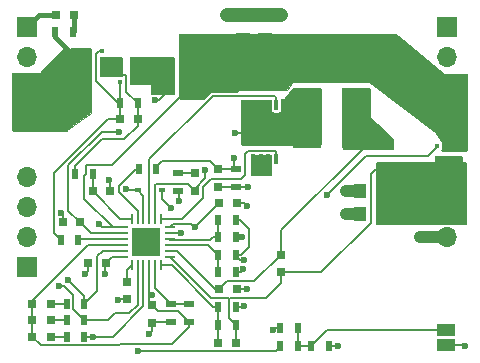
<source format=gtl>
G04 #@! TF.GenerationSoftware,KiCad,Pcbnew,(5.1.10)-1*
G04 #@! TF.CreationDate,2021-11-01T09:09:40+09:00*
G04 #@! TF.ProjectId,LiPoCharger_BQ24610_5S,4c69506f-4368-4617-9267-65725f425132,rev?*
G04 #@! TF.SameCoordinates,Original*
G04 #@! TF.FileFunction,Copper,L1,Top*
G04 #@! TF.FilePolarity,Positive*
%FSLAX46Y46*%
G04 Gerber Fmt 4.6, Leading zero omitted, Abs format (unit mm)*
G04 Created by KiCad (PCBNEW (5.1.10)-1) date 2021-11-01 09:09:40*
%MOMM*%
%LPD*%
G01*
G04 APERTURE LIST*
G04 #@! TA.AperFunction,SMDPad,CuDef*
%ADD10R,0.450000X0.600000*%
G04 #@! TD*
G04 #@! TA.AperFunction,SMDPad,CuDef*
%ADD11R,0.500000X0.900000*%
G04 #@! TD*
G04 #@! TA.AperFunction,SMDPad,CuDef*
%ADD12R,0.900000X0.500000*%
G04 #@! TD*
G04 #@! TA.AperFunction,SMDPad,CuDef*
%ADD13R,0.800000X0.800000*%
G04 #@! TD*
G04 #@! TA.AperFunction,ComponentPad*
%ADD14R,1.700000X1.700000*%
G04 #@! TD*
G04 #@! TA.AperFunction,ComponentPad*
%ADD15O,1.700000X1.700000*%
G04 #@! TD*
G04 #@! TA.AperFunction,SMDPad,CuDef*
%ADD16R,0.800000X0.750000*%
G04 #@! TD*
G04 #@! TA.AperFunction,SMDPad,CuDef*
%ADD17R,0.600000X0.450000*%
G04 #@! TD*
G04 #@! TA.AperFunction,SMDPad,CuDef*
%ADD18R,1.000000X1.250000*%
G04 #@! TD*
G04 #@! TA.AperFunction,SMDPad,CuDef*
%ADD19R,1.250000X1.000000*%
G04 #@! TD*
G04 #@! TA.AperFunction,SMDPad,CuDef*
%ADD20R,0.750000X0.800000*%
G04 #@! TD*
G04 #@! TA.AperFunction,SMDPad,CuDef*
%ADD21R,1.300000X0.700000*%
G04 #@! TD*
G04 #@! TA.AperFunction,SMDPad,CuDef*
%ADD22R,0.850000X0.280000*%
G04 #@! TD*
G04 #@! TA.AperFunction,SMDPad,CuDef*
%ADD23R,0.280000X0.850000*%
G04 #@! TD*
G04 #@! TA.AperFunction,SMDPad,CuDef*
%ADD24R,2.450000X2.450000*%
G04 #@! TD*
G04 #@! TA.AperFunction,ComponentPad*
%ADD25C,0.508000*%
G04 #@! TD*
G04 #@! TA.AperFunction,SMDPad,CuDef*
%ADD26R,0.431800X0.304800*%
G04 #@! TD*
G04 #@! TA.AperFunction,SMDPad,CuDef*
%ADD27R,0.406400X0.304800*%
G04 #@! TD*
G04 #@! TA.AperFunction,SMDPad,CuDef*
%ADD28R,0.304800X0.863600*%
G04 #@! TD*
G04 #@! TA.AperFunction,SMDPad,CuDef*
%ADD29R,0.700000X1.300000*%
G04 #@! TD*
G04 #@! TA.AperFunction,SMDPad,CuDef*
%ADD30R,1.500000X1.000000*%
G04 #@! TD*
G04 #@! TA.AperFunction,SMDPad,CuDef*
%ADD31R,2.350000X5.100000*%
G04 #@! TD*
G04 #@! TA.AperFunction,SMDPad,CuDef*
%ADD32R,0.304800X0.431800*%
G04 #@! TD*
G04 #@! TA.AperFunction,SMDPad,CuDef*
%ADD33R,0.304800X0.406400*%
G04 #@! TD*
G04 #@! TA.AperFunction,ViaPad*
%ADD34C,0.600000*%
G04 #@! TD*
G04 #@! TA.AperFunction,ViaPad*
%ADD35C,0.900000*%
G04 #@! TD*
G04 #@! TA.AperFunction,Conductor*
%ADD36C,0.200000*%
G04 #@! TD*
G04 #@! TA.AperFunction,Conductor*
%ADD37C,1.000000*%
G04 #@! TD*
G04 #@! TA.AperFunction,Conductor*
%ADD38C,1.200000*%
G04 #@! TD*
G04 #@! TA.AperFunction,Conductor*
%ADD39C,0.400000*%
G04 #@! TD*
G04 #@! TA.AperFunction,Conductor*
%ADD40C,0.100000*%
G04 #@! TD*
G04 #@! TA.AperFunction,Conductor*
%ADD41C,0.152400*%
G04 #@! TD*
G04 APERTURE END LIST*
D10*
X207400000Y-95950000D03*
X207400000Y-98050000D03*
D11*
X190250000Y-98100000D03*
X191750000Y-98100000D03*
X190250000Y-101000000D03*
X191750000Y-101000000D03*
X178950000Y-105100000D03*
X177450000Y-105100000D03*
D12*
X187800000Y-103750000D03*
X187800000Y-105250000D03*
D11*
X190250000Y-99600000D03*
X191750000Y-99600000D03*
X190250000Y-96600000D03*
X191750000Y-96600000D03*
D12*
X186300000Y-103750000D03*
X186300000Y-105250000D03*
D11*
X197050000Y-107300000D03*
X195550000Y-107300000D03*
X199650000Y-107300000D03*
X198150000Y-107300000D03*
X178150000Y-92700000D03*
X179650000Y-92700000D03*
X190250000Y-105500000D03*
X191750000Y-105500000D03*
D12*
X186900000Y-92650000D03*
X186900000Y-94150000D03*
D11*
X177450000Y-103700000D03*
X178950000Y-103700000D03*
D13*
X176100000Y-103700000D03*
X174500000Y-103700000D03*
X174500000Y-106500000D03*
X176100000Y-106500000D03*
D11*
X185050000Y-92300000D03*
X183550000Y-92300000D03*
D14*
X174100000Y-100620000D03*
D15*
X174100000Y-98080000D03*
X174100000Y-95540000D03*
X174100000Y-93000000D03*
D11*
X197050000Y-105800000D03*
X195550000Y-105800000D03*
D16*
X180750000Y-100300000D03*
X179250000Y-100300000D03*
D12*
X191800000Y-92350000D03*
X191800000Y-93850000D03*
D11*
X176950000Y-98300000D03*
X178450000Y-98300000D03*
D13*
X174500000Y-105100000D03*
X176100000Y-105100000D03*
D11*
X190250000Y-104000000D03*
X191750000Y-104000000D03*
X181950000Y-86700000D03*
X183450000Y-86700000D03*
D17*
X183450000Y-94100000D03*
X185550000Y-94100000D03*
D11*
X177450000Y-106500000D03*
X178950000Y-106500000D03*
D16*
X190250000Y-107000000D03*
X191750000Y-107000000D03*
X190350000Y-95200000D03*
X191850000Y-95200000D03*
D18*
X202300000Y-96100000D03*
X204300000Y-96100000D03*
D16*
X181150000Y-94200000D03*
X179650000Y-94200000D03*
D18*
X204300000Y-94200000D03*
X202300000Y-94200000D03*
D19*
X194200000Y-79300000D03*
X194200000Y-81300000D03*
X192400000Y-81300000D03*
X192400000Y-79300000D03*
D20*
X190300000Y-92350000D03*
X190300000Y-93850000D03*
D16*
X183450000Y-88100000D03*
X181950000Y-88100000D03*
D14*
X209660000Y-95540000D03*
D15*
X209660000Y-98080000D03*
D16*
X191850000Y-102500000D03*
X190350000Y-102500000D03*
X176550000Y-79300000D03*
X178050000Y-79300000D03*
D20*
X195600000Y-99550000D03*
X195600000Y-101050000D03*
D16*
X177100000Y-96800000D03*
X178600000Y-96800000D03*
D20*
X188300000Y-94150000D03*
X188300000Y-92650000D03*
D16*
X187650000Y-85600000D03*
X186150000Y-85600000D03*
D21*
X204400000Y-90150000D03*
X204400000Y-92050000D03*
D20*
X182600000Y-101850000D03*
X182600000Y-103350000D03*
D22*
X182225000Y-97250000D03*
X182225000Y-97749999D03*
X182225000Y-98250000D03*
X182225000Y-98750000D03*
X182225000Y-99250001D03*
X182225000Y-99750000D03*
D23*
X182949685Y-100475000D03*
X183449811Y-100475000D03*
X183949937Y-100475000D03*
X184450063Y-100475000D03*
X184950189Y-100475000D03*
X185450315Y-100475000D03*
D22*
X186175000Y-99750000D03*
X186175000Y-99250001D03*
X186175000Y-98750000D03*
X186175000Y-98250000D03*
X186175000Y-97749999D03*
X186175000Y-97250000D03*
D23*
X185450315Y-96525000D03*
X184950189Y-96525000D03*
X184450063Y-96525000D03*
X183949937Y-96525000D03*
X183449811Y-96525000D03*
X182949685Y-96525000D03*
D24*
X184200000Y-98500000D03*
D25*
X183412600Y-99287400D03*
X183412600Y-98500000D03*
X183412600Y-97712600D03*
X184200000Y-99287400D03*
X184200000Y-98500000D03*
X184200000Y-97712600D03*
X184987400Y-99287400D03*
X184987400Y-98500000D03*
X184987400Y-97712600D03*
D11*
X177950000Y-80700000D03*
X176450000Y-80700000D03*
D26*
X181964999Y-83025021D03*
X181964999Y-83675007D03*
X181964999Y-84324993D03*
X181964999Y-84974979D03*
D27*
X184847701Y-84974979D03*
X184847701Y-84324993D03*
X184847701Y-83675007D03*
X184847701Y-83025021D03*
G04 #@! TA.AperFunction,SMDPad,CuDef*
G36*
G01*
X182800000Y-85099300D02*
X182800000Y-82900700D01*
G75*
G02*
X182900700Y-82800000I100700J0D01*
G01*
X184599300Y-82800000D01*
G75*
G02*
X184700000Y-82900700I0J-100700D01*
G01*
X184700000Y-85099300D01*
G75*
G02*
X184599300Y-85200000I-100700J0D01*
G01*
X182900700Y-85200000D01*
G75*
G02*
X182800000Y-85099300I0J100700D01*
G01*
G37*
G04 #@! TD.AperFunction*
D28*
X193225001Y-88325200D03*
X193874999Y-88325200D03*
X194525001Y-88325200D03*
X195174999Y-88325200D03*
X195174999Y-91474800D03*
X194525001Y-91474800D03*
X193874999Y-91474800D03*
X193225001Y-91474800D03*
G04 #@! TA.AperFunction,SMDPad,CuDef*
G36*
G01*
X196050800Y-90150000D02*
X192349200Y-90150000D01*
G75*
G02*
X192250000Y-90050800I0J99200D01*
G01*
X192250000Y-88649200D01*
G75*
G02*
X192349200Y-88550000I99200J0D01*
G01*
X196050800Y-88550000D01*
G75*
G02*
X196150000Y-88649200I0J-99200D01*
G01*
X196150000Y-90050800D01*
G75*
G02*
X196050800Y-90150000I-99200J0D01*
G01*
G37*
G04 #@! TD.AperFunction*
D29*
X185950000Y-84000000D03*
X187850000Y-84000000D03*
D28*
X193225001Y-83725200D03*
X193874999Y-83725200D03*
X194525001Y-83725200D03*
X195174999Y-83725200D03*
X195174999Y-86874800D03*
X194525001Y-86874800D03*
X193874999Y-86874800D03*
X193225001Y-86874800D03*
G04 #@! TA.AperFunction,SMDPad,CuDef*
G36*
G01*
X196050800Y-85550000D02*
X192349200Y-85550000D01*
G75*
G02*
X192250000Y-85450800I0J99200D01*
G01*
X192250000Y-84049200D01*
G75*
G02*
X192349200Y-83950000I99200J0D01*
G01*
X196050800Y-83950000D01*
G75*
G02*
X196150000Y-84049200I0J-99200D01*
G01*
X196150000Y-85450800D01*
G75*
G02*
X196050800Y-85550000I-99200J0D01*
G01*
G37*
G04 #@! TD.AperFunction*
D15*
X174100000Y-87920000D03*
X174100000Y-85380000D03*
X174100000Y-82840000D03*
D14*
X174100000Y-80300000D03*
D15*
X209660000Y-87920000D03*
X209660000Y-85380000D03*
X209660000Y-82840000D03*
D14*
X209660000Y-80300000D03*
D30*
X209600000Y-107250000D03*
X209600000Y-105950000D03*
D31*
X201975000Y-88000000D03*
X197825000Y-88000000D03*
D26*
X180435001Y-84274979D03*
X180435001Y-83624993D03*
X180435001Y-82975007D03*
X180435001Y-82325021D03*
D27*
X177552299Y-82325021D03*
X177552299Y-82975007D03*
X177552299Y-83624993D03*
X177552299Y-84274979D03*
G04 #@! TA.AperFunction,SMDPad,CuDef*
G36*
G01*
X179600000Y-82200700D02*
X179600000Y-84399300D01*
G75*
G02*
X179499300Y-84500000I-100700J0D01*
G01*
X177800700Y-84500000D01*
G75*
G02*
X177700000Y-84399300I0J100700D01*
G01*
X177700000Y-82200700D01*
G75*
G02*
X177800700Y-82100000I100700J0D01*
G01*
X179499300Y-82100000D01*
G75*
G02*
X179600000Y-82200700I0J-100700D01*
G01*
G37*
G04 #@! TD.AperFunction*
D32*
X210774979Y-90364999D03*
X210124993Y-90364999D03*
X209475007Y-90364999D03*
X208825021Y-90364999D03*
D33*
X208825021Y-93247701D03*
X209475007Y-93247701D03*
X210124993Y-93247701D03*
X210774979Y-93247701D03*
G04 #@! TA.AperFunction,SMDPad,CuDef*
G36*
G01*
X208700700Y-91200000D02*
X210899300Y-91200000D01*
G75*
G02*
X211000000Y-91300700I0J-100700D01*
G01*
X211000000Y-92999300D01*
G75*
G02*
X210899300Y-93100000I-100700J0D01*
G01*
X208700700Y-93100000D01*
G75*
G02*
X208600000Y-92999300I0J100700D01*
G01*
X208600000Y-91300700D01*
G75*
G02*
X208700700Y-91200000I100700J0D01*
G01*
G37*
G04 #@! TD.AperFunction*
D20*
X184700000Y-103850000D03*
X184700000Y-105350000D03*
D34*
X193300000Y-92600000D03*
X179000000Y-101200000D03*
X192700000Y-95400000D03*
X187100000Y-97700000D03*
X181000000Y-93200000D03*
X200400000Y-107300000D03*
X192700000Y-102500000D03*
X194500000Y-92600000D03*
X192400000Y-100800000D03*
X193900000Y-92600000D03*
X192500000Y-103900000D03*
D35*
X195600000Y-79300000D03*
X201100000Y-96100000D03*
D34*
X181800000Y-103400000D03*
X192300000Y-98100000D03*
D35*
X191000000Y-79300000D03*
D34*
X184400000Y-106300000D03*
X177000000Y-96000000D03*
D35*
X201100000Y-94200000D03*
D34*
X211200000Y-107300000D03*
X184900000Y-86500000D03*
X181900000Y-89200000D03*
X194900000Y-105900000D03*
X192500000Y-100000000D03*
X184700000Y-103000000D03*
X192831727Y-93868273D03*
X180200000Y-97000000D03*
X191700000Y-89300000D03*
X189200000Y-92400000D03*
X188300000Y-97250000D03*
X186300000Y-95600010D03*
X191600000Y-91400000D03*
X199500000Y-94500000D03*
X183500000Y-107700000D03*
X180700000Y-101200000D03*
X187000000Y-95000000D03*
X182500000Y-94000000D03*
X176800000Y-102200000D03*
X179700000Y-106500000D03*
X177600000Y-101700000D03*
D36*
X191750000Y-105500000D02*
X191750000Y-107000000D01*
X189674999Y-103249999D02*
X189575001Y-103150001D01*
X189575001Y-103150001D02*
X186175000Y-99750000D01*
X203200000Y-96865002D02*
X203200000Y-92700000D01*
D37*
X207850000Y-95900000D02*
X204250000Y-92300000D01*
D36*
X203200000Y-92700000D02*
X203600000Y-92300000D01*
X191199999Y-104949999D02*
X191199999Y-103309999D01*
X195600000Y-101050000D02*
X195600000Y-101975000D01*
X191199999Y-103309999D02*
X191139999Y-103249999D01*
X203600000Y-92300000D02*
X204250000Y-92300000D01*
X194325001Y-103249999D02*
X191259999Y-103249999D01*
D37*
X210000000Y-95900000D02*
X207850000Y-95900000D01*
D36*
X191259999Y-103249999D02*
X191199999Y-103309999D01*
X199015002Y-101050000D02*
X203200000Y-96865002D01*
X191139999Y-103249999D02*
X189674999Y-103249999D01*
X195600000Y-101975000D02*
X194325001Y-103249999D01*
X195600000Y-101050000D02*
X199015002Y-101050000D01*
X191750000Y-105500000D02*
X191199999Y-104949999D01*
X191750000Y-98100000D02*
X192300000Y-98100000D01*
X184800000Y-105250000D02*
X184700000Y-105350000D01*
X181150000Y-94200000D02*
X181150000Y-93350000D01*
X177100000Y-96100000D02*
X177000000Y-96000000D01*
X209600000Y-107250000D02*
X211150000Y-107250000D01*
X192400000Y-104000000D02*
X192500000Y-103900000D01*
X177100000Y-96800000D02*
X177100000Y-96100000D01*
X186175000Y-97749999D02*
X187050001Y-97749999D01*
X186300000Y-105250000D02*
X184800000Y-105250000D01*
D38*
X194200000Y-79300000D02*
X192400000Y-79300000D01*
D36*
X211150000Y-107250000D02*
X211200000Y-107300000D01*
D38*
X192400000Y-79300000D02*
X191000000Y-79300000D01*
X194200000Y-79300000D02*
X195600000Y-79300000D01*
D36*
X179250000Y-100950000D02*
X179000000Y-101200000D01*
X179250000Y-100300000D02*
X179250000Y-100950000D01*
D37*
X202300000Y-96100000D02*
X201100000Y-96100000D01*
D36*
X191750000Y-104000000D02*
X192400000Y-104000000D01*
X191850000Y-95200000D02*
X192500000Y-95200000D01*
X182600000Y-103350000D02*
X181850000Y-103350000D01*
X192500000Y-95200000D02*
X192700000Y-95400000D01*
X181150000Y-93350000D02*
X181000000Y-93200000D01*
X181850000Y-103350000D02*
X181800000Y-103400000D01*
X187050001Y-97749999D02*
X187100000Y-97700000D01*
X174300000Y-80500000D02*
X174100000Y-80300000D01*
X199650000Y-107300000D02*
X200400000Y-107300000D01*
D37*
X202300000Y-94200000D02*
X201100000Y-94200000D01*
D36*
X184700000Y-105350000D02*
X184700000Y-106000000D01*
X184700000Y-106000000D02*
X184400000Y-106300000D01*
X191850000Y-102500000D02*
X192700000Y-102500000D01*
X192200000Y-101000000D02*
X192400000Y-100800000D01*
X191750000Y-101000000D02*
X192200000Y-101000000D01*
D39*
X175100000Y-79300000D02*
X174100000Y-80300000D01*
X176550000Y-79300000D02*
X175100000Y-79300000D01*
D37*
X207430000Y-98080000D02*
X207400000Y-98050000D01*
X209660000Y-98080000D02*
X207430000Y-98080000D01*
D39*
X178050000Y-80600000D02*
X177950000Y-80700000D01*
X178050000Y-79300000D02*
X178050000Y-80600000D01*
D36*
X181950000Y-84989978D02*
X181964999Y-84974979D01*
X176399999Y-92644299D02*
X176399999Y-97749999D01*
X176399999Y-97749999D02*
X176950000Y-98300000D01*
X180944298Y-88100000D02*
X176399999Y-92644299D01*
X181950000Y-86700000D02*
X181950000Y-84989978D01*
X179919100Y-84819100D02*
X181800000Y-86700000D01*
X181800000Y-86700000D02*
X181950000Y-86700000D01*
X180174979Y-82325021D02*
X179919100Y-82580900D01*
X181950000Y-88100000D02*
X181950000Y-86700000D01*
X179919100Y-82580900D02*
X179919100Y-84819100D01*
X181950000Y-88100000D02*
X180944298Y-88100000D01*
X180435001Y-82325021D02*
X180174979Y-82325021D01*
X181964999Y-84324993D02*
X182380899Y-84324993D01*
X182500000Y-85750000D02*
X183450000Y-86700000D01*
X180399998Y-89800002D02*
X182324998Y-89800002D01*
X182380899Y-84324993D02*
X182500000Y-84444094D01*
X183450000Y-86700000D02*
X183450000Y-88100000D01*
X182500000Y-84444094D02*
X182500000Y-85750000D01*
X178150000Y-92050000D02*
X180399998Y-89800002D01*
X182324998Y-89800002D02*
X183450000Y-88675000D01*
X183450000Y-86700000D02*
X183450000Y-86350000D01*
X183450000Y-88675000D02*
X183450000Y-88100000D01*
X178150000Y-92700000D02*
X178150000Y-92050000D01*
X184847701Y-83675007D02*
X184074993Y-83675007D01*
X186150000Y-84200000D02*
X185950000Y-84000000D01*
X180409998Y-89200000D02*
X181900000Y-89200000D01*
X178575000Y-96800000D02*
X177599999Y-95824999D01*
X186150000Y-85600000D02*
X186150000Y-84200000D01*
X177599999Y-92009999D02*
X180409998Y-89200000D01*
X185250000Y-86500000D02*
X186150000Y-85600000D01*
X184900000Y-86500000D02*
X185250000Y-86500000D01*
X179549999Y-97749999D02*
X178600000Y-96800000D01*
X182225000Y-97749999D02*
X179549999Y-97749999D01*
X178600000Y-96800000D02*
X178575000Y-96800000D01*
X177599999Y-95824999D02*
X177599999Y-92009999D01*
X184074993Y-83675007D02*
X183750000Y-84000000D01*
X174500000Y-103490002D02*
X174500000Y-103700000D01*
X179240002Y-98750000D02*
X174500000Y-103490002D01*
X182225000Y-98750000D02*
X179240002Y-98750000D01*
X174500000Y-103700000D02*
X174500000Y-105100000D01*
X174500000Y-105100000D02*
X174500000Y-106500000D01*
X184700000Y-103850000D02*
X184450063Y-103600063D01*
X186850001Y-104300001D02*
X187800000Y-105250000D01*
X185150001Y-104300001D02*
X186850001Y-104300001D01*
X184700000Y-103850000D02*
X185150001Y-104300001D01*
X192900000Y-97400000D02*
X192100000Y-96600000D01*
X175250001Y-107250001D02*
X181861995Y-107250001D01*
X192150000Y-100000000D02*
X191750000Y-99600000D01*
X184450063Y-103050063D02*
X184450063Y-100475000D01*
X195000000Y-105800000D02*
X194900000Y-105900000D01*
X192200000Y-99600000D02*
X192900000Y-98900000D01*
X187800000Y-105700000D02*
X187800000Y-105250000D01*
X184500126Y-103000000D02*
X184450063Y-103050063D01*
X192100000Y-96600000D02*
X191750000Y-96600000D01*
X186400002Y-107099998D02*
X187800000Y-105700000D01*
X174500000Y-106500000D02*
X175250001Y-107250001D01*
X191750000Y-99600000D02*
X192200000Y-99600000D01*
X192500000Y-100000000D02*
X192150000Y-100000000D01*
X195550000Y-105800000D02*
X195000000Y-105800000D01*
X181861995Y-107250001D02*
X182011998Y-107099998D01*
X192900000Y-98900000D02*
X192900000Y-97400000D01*
X184700000Y-103000000D02*
X184500126Y-103000000D01*
X184450063Y-103600063D02*
X184450063Y-103050063D01*
X182011998Y-107099998D02*
X186400002Y-107099998D01*
X181384998Y-97250000D02*
X178949999Y-94815001D01*
X180450000Y-97250000D02*
X180200000Y-97000000D01*
X192813454Y-93850000D02*
X192831727Y-93868273D01*
X187650000Y-85600000D02*
X187650000Y-84200000D01*
X187650000Y-84200000D02*
X187850000Y-84000000D01*
X179099999Y-92009999D02*
X179159999Y-91949999D01*
X181300001Y-91949999D02*
X187650000Y-85600000D01*
X209150001Y-87070001D02*
X210000000Y-87920000D01*
X178949999Y-94815001D02*
X178949999Y-92915701D01*
X179099999Y-92765701D02*
X179099999Y-92009999D01*
X191800000Y-93850000D02*
X192813454Y-93850000D01*
X182225000Y-97250000D02*
X180450000Y-97250000D01*
X179159999Y-91949999D02*
X181300001Y-91949999D01*
X182225000Y-97250000D02*
X181384998Y-97250000D01*
X178949999Y-92915701D02*
X179099999Y-92765701D01*
X191800000Y-93850000D02*
X190300000Y-93850000D01*
X182600000Y-100824685D02*
X182949685Y-100475000D01*
X182600000Y-101850000D02*
X182600000Y-100824685D01*
X181975000Y-96525000D02*
X179650000Y-94200000D01*
X182949685Y-96525000D02*
X181975000Y-96525000D01*
X179650000Y-94200000D02*
X179650000Y-92800000D01*
X185009999Y-93574999D02*
X187724999Y-93574999D01*
X184949999Y-93634999D02*
X185009999Y-93574999D01*
X184949999Y-96524810D02*
X184949999Y-93634999D01*
X184950189Y-96525000D02*
X184949999Y-96524810D01*
X191700000Y-89300000D02*
X194150000Y-89300000D01*
X184950189Y-96525000D02*
X184950189Y-95900000D01*
X184950189Y-95920124D02*
X184950189Y-96525000D01*
X187724999Y-93574999D02*
X188300000Y-94150000D01*
X194150000Y-89300000D02*
X194200000Y-89350000D01*
X189200000Y-93069298D02*
X189200000Y-92400000D01*
X188300000Y-93969298D02*
X189200000Y-93069298D01*
X188300000Y-94150000D02*
X188300000Y-93969298D01*
X186900000Y-92650000D02*
X188300000Y-92650000D01*
X186175000Y-97250000D02*
X186474999Y-96950001D01*
X185550000Y-94850010D02*
X186300000Y-95600010D01*
X188300000Y-97250000D02*
X190350000Y-95200000D01*
X185550000Y-94100000D02*
X185550000Y-94850010D01*
X188000001Y-96950001D02*
X188300000Y-97250000D01*
X186474999Y-96950001D02*
X188000001Y-96950001D01*
X195600000Y-98950000D02*
X195600000Y-99550000D01*
X186800000Y-99250001D02*
X186175000Y-99250001D01*
X204400000Y-90150000D02*
X202961996Y-90150000D01*
X190049999Y-102500000D02*
X186800000Y-99250001D01*
X195600000Y-99550000D02*
X195600000Y-99575000D01*
X195600000Y-99575000D02*
X193350001Y-101824999D01*
X202961996Y-90150000D02*
X195600000Y-97511996D01*
X195600000Y-97511996D02*
X195600000Y-98950000D01*
X193350001Y-101824999D02*
X191025001Y-101824999D01*
X190350000Y-102500000D02*
X190049999Y-102500000D01*
X191025001Y-101824999D02*
X190350000Y-102500000D01*
X191600000Y-92150000D02*
X191800000Y-92350000D01*
X202800000Y-91200000D02*
X199500000Y-94500000D01*
X185500000Y-91650000D02*
X185050000Y-92100000D01*
X185050000Y-92100000D02*
X185050000Y-92300000D01*
X208825021Y-90428499D02*
X208053520Y-91200000D01*
X190300000Y-92350000D02*
X191800000Y-92350000D01*
X208825021Y-90364999D02*
X208825021Y-90428499D01*
X191600000Y-91400000D02*
X191600000Y-92150000D01*
X208053520Y-91200000D02*
X202800000Y-91200000D01*
X189600000Y-91650000D02*
X185500000Y-91650000D01*
X190300000Y-92350000D02*
X189600000Y-91650000D01*
X190250000Y-104000000D02*
X190250000Y-105500000D01*
X190250000Y-105500000D02*
X190250000Y-107000000D01*
X190250000Y-104000000D02*
X189855702Y-104000000D01*
X186330702Y-100475000D02*
X185450315Y-100475000D01*
X189855702Y-104000000D02*
X186330702Y-100475000D01*
X182225000Y-99750000D02*
X181300000Y-99750000D01*
X180700000Y-100350000D02*
X180750000Y-100300000D01*
X180700000Y-101200000D02*
X180700000Y-100350000D01*
X189609999Y-107675001D02*
X195174999Y-107675001D01*
X195174999Y-107675001D02*
X195550000Y-107300000D01*
X181300000Y-99750000D02*
X180750000Y-100300000D01*
X189609999Y-107675001D02*
X183524999Y-107675001D01*
X183524999Y-107675001D02*
X183500000Y-107700000D01*
X182600000Y-94100000D02*
X182500000Y-94000000D01*
X183949937Y-94599937D02*
X183450000Y-94100000D01*
X183450000Y-94100000D02*
X182600000Y-94100000D01*
X183949937Y-96525000D02*
X183949937Y-94599937D01*
X187000000Y-94250000D02*
X186900000Y-94150000D01*
X187000000Y-95000000D02*
X187000000Y-94250000D01*
X176100000Y-103700000D02*
X177450000Y-103700000D01*
X176100000Y-106500000D02*
X177450000Y-106500000D01*
X176100000Y-105100000D02*
X177450000Y-105100000D01*
D39*
X176450000Y-80700000D02*
X176450000Y-81100000D01*
D36*
X179324979Y-82325021D02*
X177552299Y-82325021D01*
D39*
X176450000Y-81100000D02*
X178650000Y-83300000D01*
D36*
X183449811Y-100475000D02*
X183449811Y-103815191D01*
X177190002Y-102200000D02*
X176800000Y-102200000D01*
X178000001Y-103009999D02*
X177190002Y-102200000D01*
X181517796Y-104500004D02*
X180917800Y-105100000D01*
X178000001Y-104150001D02*
X178000001Y-103009999D01*
X180917800Y-105100000D02*
X178950000Y-105100000D01*
X178950000Y-105100000D02*
X178000001Y-104150001D01*
X182764998Y-104500004D02*
X181517796Y-104500004D01*
X183449811Y-103815191D02*
X182764998Y-104500004D01*
X183949937Y-101500063D02*
X183949937Y-100475000D01*
X183949937Y-103880765D02*
X183949937Y-101500063D01*
X183949937Y-101145450D02*
X183949937Y-100475000D01*
X181330702Y-106500000D02*
X183949937Y-103880765D01*
X178950000Y-106500000D02*
X181330702Y-106500000D01*
X178950000Y-103700000D02*
X178950000Y-103750000D01*
X182225000Y-99250001D02*
X180484997Y-99250001D01*
X178950000Y-103050000D02*
X177600000Y-101700000D01*
X178950000Y-103700000D02*
X178950000Y-103050000D01*
X180049999Y-99684999D02*
X180049999Y-102600001D01*
X180049999Y-102600001D02*
X178950000Y-103700000D01*
X180484997Y-99250001D02*
X180049999Y-99684999D01*
X182225000Y-98250000D02*
X178500000Y-98250000D01*
X178500000Y-98250000D02*
X178450000Y-98300000D01*
X197050000Y-107300000D02*
X197050000Y-105800000D01*
X198150000Y-107300000D02*
X197050000Y-107300000D01*
X199500000Y-105950000D02*
X198150000Y-107300000D01*
X209600000Y-105950000D02*
X199500000Y-105950000D01*
X183449811Y-96525000D02*
X183449811Y-95837815D01*
X181899998Y-93750002D02*
X183350000Y-92300000D01*
X183449811Y-95837815D02*
X181899998Y-94288002D01*
X181899998Y-94288002D02*
X181899998Y-93750002D01*
X186300000Y-103750000D02*
X184950189Y-102400189D01*
X184950189Y-102400189D02*
X184950189Y-100475000D01*
X187800000Y-103750000D02*
X186300000Y-103750000D01*
X190250000Y-101100000D02*
X190250000Y-99600000D01*
X189400000Y-98750000D02*
X186175000Y-98750000D01*
X190250000Y-99600000D02*
X189400000Y-98750000D01*
X190250000Y-96600000D02*
X190250000Y-98100000D01*
X186175000Y-98250000D02*
X186225002Y-98300002D01*
X189599998Y-98300002D02*
X189800000Y-98100000D01*
X186225002Y-98300002D02*
X189599998Y-98300002D01*
X189800000Y-98100000D02*
X190250000Y-98100000D01*
X184450063Y-91459935D02*
X184450063Y-96525000D01*
X195031999Y-86100000D02*
X189809998Y-86100000D01*
X195174999Y-86243000D02*
X195031999Y-86100000D01*
X189809998Y-86100000D02*
X184450063Y-91459935D01*
X195174999Y-86874800D02*
X195174999Y-86243000D01*
X192550001Y-92840001D02*
X192240003Y-93149999D01*
X188975001Y-93859997D02*
X188975001Y-94790001D01*
X195174999Y-90843000D02*
X195074998Y-90742999D01*
X187240002Y-96525000D02*
X185450315Y-96525000D01*
X195074998Y-90742999D02*
X192832600Y-90742999D01*
X195174999Y-91474800D02*
X195174999Y-90843000D01*
X188975001Y-94790001D02*
X187240002Y-96525000D01*
X192550001Y-91025598D02*
X192550001Y-92840001D01*
X192240003Y-93149999D02*
X189684999Y-93149999D01*
X192832600Y-90742999D02*
X192550001Y-91025598D01*
X189684999Y-93149999D02*
X188975001Y-93859997D01*
D40*
X211232443Y-91767557D02*
X211250000Y-91809945D01*
X211250000Y-96890055D01*
X211232443Y-96932443D01*
X211190055Y-96950000D01*
X203709945Y-96950000D01*
X203667557Y-96932443D01*
X203650000Y-96890055D01*
X203650000Y-91809945D01*
X203667557Y-91767557D01*
X203709945Y-91750000D01*
X211190055Y-91750000D01*
X211232443Y-91767557D01*
G04 #@! TA.AperFunction,Conductor*
D41*
G36*
X211232443Y-91767557D02*
G01*
X211250000Y-91809945D01*
X211250000Y-96890055D01*
X211232443Y-96932443D01*
X211190055Y-96950000D01*
X203709945Y-96950000D01*
X203667557Y-96932443D01*
X203650000Y-96890055D01*
X203650000Y-91809945D01*
X203667557Y-91767557D01*
X203709945Y-91750000D01*
X211190055Y-91750000D01*
X211232443Y-91767557D01*
G37*
G04 #@! TD.AperFunction*
D40*
X186532443Y-82867557D02*
X186550000Y-82909945D01*
X186550000Y-85890055D01*
X186532443Y-85932443D01*
X186490055Y-85950000D01*
X184609945Y-85950000D01*
X184567557Y-85932443D01*
X184550000Y-85890055D01*
X184550000Y-82909945D01*
X184567557Y-82867557D01*
X184609945Y-82850000D01*
X186490055Y-82850000D01*
X186532443Y-82867557D01*
G04 #@! TA.AperFunction,Conductor*
D41*
G36*
X186532443Y-82867557D02*
G01*
X186550000Y-82909945D01*
X186550000Y-85890055D01*
X186532443Y-85932443D01*
X186490055Y-85950000D01*
X184609945Y-85950000D01*
X184567557Y-85932443D01*
X184550000Y-85890055D01*
X184550000Y-82909945D01*
X184567557Y-82867557D01*
X184609945Y-82850000D01*
X186490055Y-82850000D01*
X186532443Y-82867557D01*
G37*
G04 #@! TD.AperFunction*
D40*
X205302576Y-80867092D02*
X209340319Y-84215464D01*
X209348441Y-84220951D01*
X209355271Y-84224010D01*
X209419104Y-84247034D01*
X209428606Y-84249440D01*
X209436069Y-84250000D01*
X210690055Y-84250000D01*
X210732443Y-84267557D01*
X210750000Y-84309945D01*
X210750000Y-89090055D01*
X210732443Y-89132443D01*
X210690055Y-89150000D01*
X208641446Y-89150000D01*
X208596843Y-89135132D01*
X203056667Y-84980000D01*
X203048287Y-84974916D01*
X203042478Y-84972566D01*
X202982478Y-84952566D01*
X202972921Y-84950393D01*
X202966667Y-84950000D01*
X196651462Y-84950000D01*
X196641707Y-84950961D01*
X196628583Y-84955542D01*
X196547209Y-84997418D01*
X196538975Y-85002735D01*
X196529401Y-85012814D01*
X196096263Y-85619208D01*
X196036428Y-85650000D01*
X192034311Y-85650000D01*
X192024556Y-85650961D01*
X192018084Y-85652706D01*
X191956690Y-85673771D01*
X191947775Y-85677846D01*
X191942220Y-85681597D01*
X191854273Y-85750000D01*
X189827187Y-85750000D01*
X189809998Y-85748307D01*
X189741386Y-85755065D01*
X189675410Y-85775078D01*
X189614608Y-85807578D01*
X189561313Y-85851315D01*
X189550349Y-85864675D01*
X189065024Y-86350000D01*
X187009945Y-86350000D01*
X186967557Y-86332443D01*
X186950000Y-86290055D01*
X186950000Y-80909945D01*
X186967557Y-80867557D01*
X187009945Y-80850000D01*
X205255189Y-80850000D01*
X205302576Y-80867092D01*
G04 #@! TA.AperFunction,Conductor*
D41*
G36*
X205302576Y-80867092D02*
G01*
X209340319Y-84215464D01*
X209348441Y-84220951D01*
X209355271Y-84224010D01*
X209419104Y-84247034D01*
X209428606Y-84249440D01*
X209436069Y-84250000D01*
X210690055Y-84250000D01*
X210732443Y-84267557D01*
X210750000Y-84309945D01*
X210750000Y-89090055D01*
X210732443Y-89132443D01*
X210690055Y-89150000D01*
X208641446Y-89150000D01*
X208596843Y-89135132D01*
X203056667Y-84980000D01*
X203048287Y-84974916D01*
X203042478Y-84972566D01*
X202982478Y-84952566D01*
X202972921Y-84950393D01*
X202966667Y-84950000D01*
X196651462Y-84950000D01*
X196641707Y-84950961D01*
X196628583Y-84955542D01*
X196547209Y-84997418D01*
X196538975Y-85002735D01*
X196529401Y-85012814D01*
X196096263Y-85619208D01*
X196036428Y-85650000D01*
X192034311Y-85650000D01*
X192024556Y-85650961D01*
X192018084Y-85652706D01*
X191956690Y-85673771D01*
X191947775Y-85677846D01*
X191942220Y-85681597D01*
X191854273Y-85750000D01*
X189827187Y-85750000D01*
X189809998Y-85748307D01*
X189741386Y-85755065D01*
X189675410Y-85775078D01*
X189614608Y-85807578D01*
X189561313Y-85851315D01*
X189550349Y-85864675D01*
X189065024Y-86350000D01*
X187009945Y-86350000D01*
X186967557Y-86332443D01*
X186950000Y-86290055D01*
X186950000Y-80909945D01*
X186967557Y-80867557D01*
X187009945Y-80850000D01*
X205255189Y-80850000D01*
X205302576Y-80867092D01*
G37*
G04 #@! TD.AperFunction*
D40*
X194750000Y-91109945D02*
X194750000Y-92790055D01*
X194732443Y-92832443D01*
X194690055Y-92850000D01*
X193109945Y-92850000D01*
X193067557Y-92832443D01*
X193050000Y-92790055D01*
X193050000Y-91109945D01*
X193057019Y-91092999D01*
X194742981Y-91092999D01*
X194750000Y-91109945D01*
G04 #@! TA.AperFunction,Conductor*
D41*
G36*
X194750000Y-91109945D02*
G01*
X194750000Y-92790055D01*
X194732443Y-92832443D01*
X194690055Y-92850000D01*
X193109945Y-92850000D01*
X193067557Y-92832443D01*
X193050000Y-92790055D01*
X193050000Y-91109945D01*
X193057019Y-91092999D01*
X194742981Y-91092999D01*
X194750000Y-91109945D01*
G37*
G04 #@! TD.AperFunction*
D40*
X211332443Y-84267557D02*
X211350000Y-84309945D01*
X211350000Y-90690055D01*
X211332443Y-90732443D01*
X211290055Y-90750000D01*
X209209945Y-90750000D01*
X209174203Y-90735196D01*
X209186294Y-90720463D01*
X209209508Y-90677033D01*
X209223803Y-90629907D01*
X209228630Y-90580899D01*
X209228630Y-90149099D01*
X209223803Y-90100091D01*
X209209508Y-90052965D01*
X209186294Y-90009535D01*
X209155053Y-89971467D01*
X209126467Y-89948008D01*
X208661324Y-89203778D01*
X208650000Y-89164294D01*
X208650000Y-84309945D01*
X208667557Y-84267557D01*
X208709945Y-84250000D01*
X211290055Y-84250000D01*
X211332443Y-84267557D01*
G04 #@! TA.AperFunction,Conductor*
D41*
G36*
X211332443Y-84267557D02*
G01*
X211350000Y-84309945D01*
X211350000Y-90690055D01*
X211332443Y-90732443D01*
X211290055Y-90750000D01*
X209209945Y-90750000D01*
X209174203Y-90735196D01*
X209186294Y-90720463D01*
X209209508Y-90677033D01*
X209223803Y-90629907D01*
X209228630Y-90580899D01*
X209228630Y-90149099D01*
X209223803Y-90100091D01*
X209209508Y-90052965D01*
X209186294Y-90009535D01*
X209155053Y-89971467D01*
X209126467Y-89948008D01*
X208661324Y-89203778D01*
X208650000Y-89164294D01*
X208650000Y-84309945D01*
X208667557Y-84267557D01*
X208709945Y-84250000D01*
X211290055Y-84250000D01*
X211332443Y-84267557D01*
G37*
G04 #@! TD.AperFunction*
D40*
X203132443Y-85567557D02*
X203150000Y-85609945D01*
X203150000Y-87856987D01*
X203150961Y-87866742D01*
X203154069Y-87876744D01*
X203185295Y-87949339D01*
X203190032Y-87957920D01*
X203196839Y-87965880D01*
X205026912Y-89699634D01*
X205050000Y-89753310D01*
X205050000Y-90590055D01*
X205032443Y-90632443D01*
X204990055Y-90650000D01*
X200909945Y-90650000D01*
X200867557Y-90632443D01*
X200850000Y-90590055D01*
X200850000Y-85609945D01*
X200867557Y-85567557D01*
X200909945Y-85550000D01*
X203090055Y-85550000D01*
X203132443Y-85567557D01*
G04 #@! TA.AperFunction,Conductor*
D41*
G36*
X203132443Y-85567557D02*
G01*
X203150000Y-85609945D01*
X203150000Y-87856987D01*
X203150961Y-87866742D01*
X203154069Y-87876744D01*
X203185295Y-87949339D01*
X203190032Y-87957920D01*
X203196839Y-87965880D01*
X205026912Y-89699634D01*
X205050000Y-89753310D01*
X205050000Y-90590055D01*
X205032443Y-90632443D01*
X204990055Y-90650000D01*
X200909945Y-90650000D01*
X200867557Y-90632443D01*
X200850000Y-90590055D01*
X200850000Y-85609945D01*
X200867557Y-85567557D01*
X200909945Y-85550000D01*
X203090055Y-85550000D01*
X203132443Y-85567557D01*
G37*
G04 #@! TD.AperFunction*
D40*
X198932443Y-85467557D02*
X198950000Y-85509945D01*
X198950000Y-90190055D01*
X198932443Y-90232443D01*
X198890055Y-90250000D01*
X192309945Y-90250000D01*
X192267557Y-90232443D01*
X192250000Y-90190055D01*
X192250000Y-86450000D01*
X194771390Y-86450000D01*
X194771390Y-87306600D01*
X194776217Y-87355608D01*
X194790512Y-87402734D01*
X194813726Y-87446164D01*
X194844967Y-87484232D01*
X194883035Y-87515473D01*
X194926465Y-87538687D01*
X194973591Y-87552982D01*
X195022599Y-87557809D01*
X195327399Y-87557809D01*
X195376407Y-87552982D01*
X195423533Y-87538687D01*
X195466963Y-87515473D01*
X195505031Y-87484232D01*
X195536272Y-87446164D01*
X195559486Y-87402734D01*
X195573781Y-87355608D01*
X195578608Y-87306600D01*
X195578608Y-86443000D01*
X195573781Y-86393992D01*
X195560437Y-86350000D01*
X195851092Y-86350000D01*
X195860847Y-86349039D01*
X195873060Y-86344916D01*
X195951995Y-86306310D01*
X195960335Y-86301161D01*
X195969495Y-86292091D01*
X196602336Y-85478438D01*
X196660481Y-85450000D01*
X198890055Y-85450000D01*
X198932443Y-85467557D01*
G04 #@! TA.AperFunction,Conductor*
D41*
G36*
X198932443Y-85467557D02*
G01*
X198950000Y-85509945D01*
X198950000Y-90190055D01*
X198932443Y-90232443D01*
X198890055Y-90250000D01*
X192309945Y-90250000D01*
X192267557Y-90232443D01*
X192250000Y-90190055D01*
X192250000Y-86450000D01*
X194771390Y-86450000D01*
X194771390Y-87306600D01*
X194776217Y-87355608D01*
X194790512Y-87402734D01*
X194813726Y-87446164D01*
X194844967Y-87484232D01*
X194883035Y-87515473D01*
X194926465Y-87538687D01*
X194973591Y-87552982D01*
X195022599Y-87557809D01*
X195327399Y-87557809D01*
X195376407Y-87552982D01*
X195423533Y-87538687D01*
X195466963Y-87515473D01*
X195505031Y-87484232D01*
X195536272Y-87446164D01*
X195559486Y-87402734D01*
X195573781Y-87355608D01*
X195578608Y-87306600D01*
X195578608Y-86443000D01*
X195573781Y-86393992D01*
X195560437Y-86350000D01*
X195851092Y-86350000D01*
X195860847Y-86349039D01*
X195873060Y-86344916D01*
X195951995Y-86306310D01*
X195960335Y-86301161D01*
X195969495Y-86292091D01*
X196602336Y-85478438D01*
X196660481Y-85450000D01*
X198890055Y-85450000D01*
X198932443Y-85467557D01*
G37*
G04 #@! TD.AperFunction*
D40*
X182132443Y-82867557D02*
X182150000Y-82909945D01*
X182150000Y-84390055D01*
X182132443Y-84432443D01*
X182090055Y-84450000D01*
X180309945Y-84450000D01*
X180269100Y-84433082D01*
X180269100Y-82866918D01*
X180309945Y-82850000D01*
X182090055Y-82850000D01*
X182132443Y-82867557D01*
G04 #@! TA.AperFunction,Conductor*
D41*
G36*
X182132443Y-82867557D02*
G01*
X182150000Y-82909945D01*
X182150000Y-84390055D01*
X182132443Y-84432443D01*
X182090055Y-84450000D01*
X180309945Y-84450000D01*
X180269100Y-84433082D01*
X180269100Y-82866918D01*
X180309945Y-82850000D01*
X182090055Y-82850000D01*
X182132443Y-82867557D01*
G37*
G04 #@! TD.AperFunction*
D40*
X179532443Y-82167557D02*
X179550000Y-82209945D01*
X179550000Y-87536428D01*
X179519208Y-87596263D01*
X177503375Y-89036143D01*
X177460136Y-89050000D01*
X172909945Y-89050000D01*
X172867557Y-89032443D01*
X172850000Y-88990055D01*
X172850000Y-84209945D01*
X172867557Y-84167557D01*
X172909945Y-84150000D01*
X175158210Y-84150000D01*
X175167965Y-84149039D01*
X175177489Y-84146134D01*
X175248643Y-84116399D01*
X175257273Y-84111751D01*
X175264941Y-84105397D01*
X177174166Y-82172003D01*
X177226818Y-82150000D01*
X179490055Y-82150000D01*
X179532443Y-82167557D01*
G04 #@! TA.AperFunction,Conductor*
D41*
G36*
X179532443Y-82167557D02*
G01*
X179550000Y-82209945D01*
X179550000Y-87536428D01*
X179519208Y-87596263D01*
X177503375Y-89036143D01*
X177460136Y-89050000D01*
X172909945Y-89050000D01*
X172867557Y-89032443D01*
X172850000Y-88990055D01*
X172850000Y-84209945D01*
X172867557Y-84167557D01*
X172909945Y-84150000D01*
X175158210Y-84150000D01*
X175167965Y-84149039D01*
X175177489Y-84146134D01*
X175248643Y-84116399D01*
X175257273Y-84111751D01*
X175264941Y-84105397D01*
X177174166Y-82172003D01*
X177226818Y-82150000D01*
X179490055Y-82150000D01*
X179532443Y-82167557D01*
G37*
G04 #@! TD.AperFunction*
M02*

</source>
